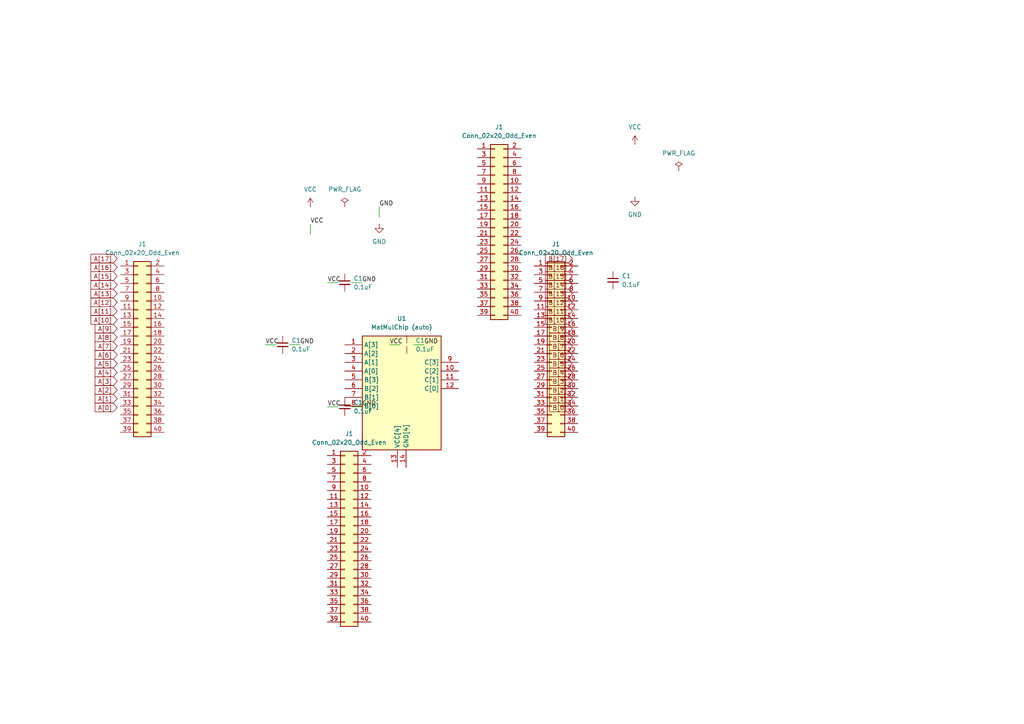
<source format=kicad_sch>
(kicad_sch (version 20240114) (generator "skip") (generator_version "0")
  (paper "A4")
  (title_block (title "MatMulChip Auto") (company "") (rev "") (date "2025-08-17") (comment 1 "") (comment 2 "") (comment 3 "") (comment 4 ""))
  (lib_symbols
    (symbol "MatMulChip"
      (property "Reference" "U" (at 5.08 6.35 0))
      (property "Value" "MatMulChip" (at 5.08 3.81 0))
      (symbol "MatMulChip_1_1"
        (rectangle (start 5.08 2.54) (end 27.94 -30.48) (stroke (width 0.254)) (fill (type background)))
        (pin input line (at 0 0 0) (length 5.08) (name "A[3]") (number "1"))
        (pin input line (at 0 -2.54 0) (length 5.08) (name "A[2]") (number "2"))
        (pin input line (at 0 -5.08 0) (length 5.08) (name "A[1]") (number "3"))
        (pin input line (at 0 -7.62 0) (length 5.08) (name "A[0]") (number "4"))
        (pin input line (at 0 -10.16 0) (length 5.08) (name "B[3]") (number "5"))
        (pin input line (at 0 -12.7 0) (length 5.08) (name "B[2]") (number "6"))
        (pin input line (at 0 -15.24 0) (length 5.08) (name "B[1]") (number "7"))
        (pin input line (at 0 -17.78 0) (length 5.08) (name "B[0]") (number "8"))
        (pin power_in line (at 15.24 -35.56 90) (length 5.08) (name "VCC[4]") (number "13"))
        (pin passive line (at 15.24 -35.56 90) (length 5.08) (hide yes) (name "VCC[4]") (number "15"))
        (pin passive line (at 15.24 -35.56 90) (length 5.08) (hide yes) (name "VCC[4]") (number "17"))
        (pin passive line (at 15.24 -35.56 90) (length 5.08) (hide yes) (name "VCC[4]") (number "19"))
        (pin power_in line (at 17.78 -35.56 90) (length 5.08) (name "GND[4]") (number "14"))
        (pin passive line (at 17.78 -35.56 90) (length 5.08) (hide yes) (name "GND[4]") (number "16"))
        (pin passive line (at 17.78 -35.56 90) (length 5.08) (hide yes) (name "GND[4]") (number "18"))
        (pin passive line (at 17.78 -35.56 90) (length 5.08) (hide yes) (name "GND[4]") (number "20"))
        (pin output line (at 33.02 -5.08 180) (length 5.08) (name "C[3]") (number "9"))
        (pin output line (at 33.02 -7.62 180) (length 5.08) (name "C[2]") (number "10"))
        (pin output line (at 33.02 -10.16 180) (length 5.08) (name "C[1]") (number "11"))
        (pin output line (at 33.02 -12.7 180) (length 5.08) (name "C[0]") (number "12"))
      )
    )
    (symbol "Connector_Generic:Conn_02x20_Odd_Even" (pin_names (offset 1.016) (hide yes))
      (property "Reference" "J" (at 1.27 25.4 0))
      (property "Value" "Conn_02x20_Odd_Even" (at 1.27 -27.94 0))
      (symbol "Conn_02x20_Odd_Even_1_1"
        (rectangle (start -1.27 24.13) (end 3.81 -26.67) (stroke (width 0.254)) (fill (type background)))
        (rectangle (start -1.27 22.987) (end 0 22.733) (stroke (width 0.1524)))
        (rectangle (start -1.27 20.447) (end 0 20.193) (stroke (width 0.1524)))
        (rectangle (start -1.27 17.907) (end 0 17.653) (stroke (width 0.1524)))
        (rectangle (start -1.27 15.367) (end 0 15.113) (stroke (width 0.1524)))
        (rectangle (start -1.27 12.827) (end 0 12.573) (stroke (width 0.1524)))
        (rectangle (start -1.27 10.287) (end 0 10.033) (stroke (width 0.1524)))
        (rectangle (start -1.27 7.747) (end 0 7.493) (stroke (width 0.1524)))
        (rectangle (start -1.27 5.207) (end 0 4.953) (stroke (width 0.1524)))
        (rectangle (start -1.27 2.667) (end 0 2.413) (stroke (width 0.1524)))
        (rectangle (start -1.27 0.127) (end 0 -0.127) (stroke (width 0.1524)))
        (rectangle (start -1.27 -2.413) (end 0 -2.667) (stroke (width 0.1524)))
        (rectangle (start -1.27 -4.953) (end 0 -5.207) (stroke (width 0.1524)))
        (rectangle (start -1.27 -7.493) (end 0 -7.747) (stroke (width 0.1524)))
        (rectangle (start -1.27 -10.033) (end 0 -10.287) (stroke (width 0.1524)))
        (rectangle (start -1.27 -12.573) (end 0 -12.827) (stroke (width 0.1524)))
        (rectangle (start -1.27 -15.113) (end 0 -15.367) (stroke (width 0.1524)))
        (rectangle (start -1.27 -17.653) (end 0 -17.907) (stroke (width 0.1524)))
        (rectangle (start -1.27 -20.193) (end 0 -20.447) (stroke (width 0.1524)))
        (rectangle (start -1.27 -22.733) (end 0 -22.987) (stroke (width 0.1524)))
        (rectangle (start -1.27 -25.273) (end 0 -25.527) (stroke (width 0.1524)))
        (rectangle (start 3.81 22.987) (end 2.54 22.733) (stroke (width 0.1524)))
        (rectangle (start 3.81 20.447) (end 2.54 20.193) (stroke (width 0.1524)))
        (rectangle (start 3.81 17.907) (end 2.54 17.653) (stroke (width 0.1524)))
        (rectangle (start 3.81 15.367) (end 2.54 15.113) (stroke (width 0.1524)))
        (rectangle (start 3.81 12.827) (end 2.54 12.573) (stroke (width 0.1524)))
        (rectangle (start 3.81 10.287) (end 2.54 10.033) (stroke (width 0.1524)))
        (rectangle (start 3.81 7.747) (end 2.54 7.493) (stroke (width 0.1524)))
        (rectangle (start 3.81 5.207) (end 2.54 4.953) (stroke (width 0.1524)))
        (rectangle (start 3.81 2.667) (end 2.54 2.413) (stroke (width 0.1524)))
        (rectangle (start 3.81 0.127) (end 2.54 -0.127) (stroke (width 0.1524)))
        (rectangle (start 3.81 -2.413) (end 2.54 -2.667) (stroke (width 0.1524)))
        (rectangle (start 3.81 -4.953) (end 2.54 -5.207) (stroke (width 0.1524)))
        (rectangle (start 3.81 -7.493) (end 2.54 -7.747) (stroke (width 0.1524)))
        (rectangle (start 3.81 -10.033) (end 2.54 -10.287) (stroke (width 0.1524)))
        (rectangle (start 3.81 -12.573) (end 2.54 -12.827) (stroke (width 0.1524)))
        (rectangle (start 3.81 -15.113) (end 2.54 -15.367) (stroke (width 0.1524)))
        (rectangle (start 3.81 -17.653) (end 2.54 -17.907) (stroke (width 0.1524)))
        (rectangle (start 3.81 -20.193) (end 2.54 -20.447) (stroke (width 0.1524)))
        (rectangle (start 3.81 -22.733) (end 2.54 -22.987) (stroke (width 0.1524)))
        (rectangle (start 3.81 -25.273) (end 2.54 -25.527) (stroke (width 0.1524)))
        (pin passive line (at -5.08 22.86 0) (length 3.81) (name "Pin_1") (number "1"))
        (pin passive line (at -5.08 20.32 0) (length 3.81) (name "Pin_3") (number "3"))
        (pin passive line (at -5.08 17.78 0) (length 3.81) (name "Pin_5") (number "5"))
        (pin passive line (at -5.08 15.24 0) (length 3.81) (name "Pin_7") (number "7"))
        (pin passive line (at -5.08 12.7 0) (length 3.81) (name "Pin_9") (number "9"))
        (pin passive line (at -5.08 10.16 0) (length 3.81) (name "Pin_11") (number "11"))
        (pin passive line (at -5.08 7.62 0) (length 3.81) (name "Pin_13") (number "13"))
        (pin passive line (at -5.08 5.08 0) (length 3.81) (name "Pin_15") (number "15"))
        (pin passive line (at -5.08 2.54 0) (length 3.81) (name "Pin_17") (number "17"))
        (pin passive line (at -5.08 0 0) (length 3.81) (name "Pin_19") (number "19"))
        (pin passive line (at -5.08 -2.54 0) (length 3.81) (name "Pin_21") (number "21"))
        (pin passive line (at -5.08 -5.08 0) (length 3.81) (name "Pin_23") (number "23"))
        (pin passive line (at -5.08 -7.62 0) (length 3.81) (name "Pin_25") (number "25"))
        (pin passive line (at -5.08 -10.16 0) (length 3.81) (name "Pin_27") (number "27"))
        (pin passive line (at -5.08 -12.7 0) (length 3.81) (name "Pin_29") (number "29"))
        (pin passive line (at -5.08 -15.24 0) (length 3.81) (name "Pin_31") (number "31"))
        (pin passive line (at -5.08 -17.78 0) (length 3.81) (name "Pin_33") (number "33"))
        (pin passive line (at -5.08 -20.32 0) (length 3.81) (name "Pin_35") (number "35"))
        (pin passive line (at -5.08 -22.86 0) (length 3.81) (name "Pin_37") (number "37"))
        (pin passive line (at -5.08 -25.4 0) (length 3.81) (name "Pin_39") (number "39"))
        (pin passive line (at 7.62 22.86 180) (length 3.81) (name "Pin_2") (number "2"))
        (pin passive line (at 7.62 20.32 180) (length 3.81) (name "Pin_4") (number "4"))
        (pin passive line (at 7.62 17.78 180) (length 3.81) (name "Pin_6") (number "6"))
        (pin passive line (at 7.62 15.24 180) (length 3.81) (name "Pin_8") (number "8"))
        (pin passive line (at 7.62 12.7 180) (length 3.81) (name "Pin_10") (number "10"))
        (pin passive line (at 7.62 10.16 180) (length 3.81) (name "Pin_12") (number "12"))
        (pin passive line (at 7.62 7.62 180) (length 3.81) (name "Pin_14") (number "14"))
        (pin passive line (at 7.62 5.08 180) (length 3.81) (name "Pin_16") (number "16"))
        (pin passive line (at 7.62 2.54 180) (length 3.81) (name "Pin_18") (number "18"))
        (pin passive line (at 7.62 0 180) (length 3.81) (name "Pin_20") (number "20"))
        (pin passive line (at 7.62 -2.54 180) (length 3.81) (name "Pin_22") (number "22"))
        (pin passive line (at 7.62 -5.08 180) (length 3.81) (name "Pin_24") (number "24"))
        (pin passive line (at 7.62 -7.62 180) (length 3.81) (name "Pin_26") (number "26"))
        (pin passive line (at 7.62 -10.16 180) (length 3.81) (name "Pin_28") (number "28"))
        (pin passive line (at 7.62 -12.7 180) (length 3.81) (name "Pin_30") (number "30"))
        (pin passive line (at 7.62 -15.24 180) (length 3.81) (name "Pin_32") (number "32"))
        (pin passive line (at 7.62 -17.78 180) (length 3.81) (name "Pin_34") (number "34"))
        (pin passive line (at 7.62 -20.32 180) (length 3.81) (name "Pin_36") (number "36"))
        (pin passive line (at 7.62 -22.86 180) (length 3.81) (name "Pin_38") (number "38"))
        (pin passive line (at 7.62 -25.4 180) (length 3.81) (name "Pin_40") (number "40"))
      )
    )
    (symbol "Device:C_Small" (pin_numbers (hide yes)) (pin_names (offset 0.254) (hide yes))
      (property "Reference" "C" (at 0.254 1.778 0))
      (property "Value" "C_Small" (at 0.254 -2.032 0))
      (symbol "C_Small_0_1"
        (polyline (pts (xy -1.524 0.508) (xy 1.524 0.508)) (stroke (width 0.3048)))
        (polyline (pts (xy -1.524 -0.508) (xy 1.524 -0.508)) (stroke (width 0.3302)))
      )
      (symbol "C_Small_1_1"
        (pin passive line (at 0 2.54 270) (length 2.032) (name "~") (number "1"))
        (pin passive line (at 0 -2.54 90) (length 2.032) (name "~") (number "2"))
      )
    )
    (symbol "power:GND" (power) (pin_numbers (hide yes)) (pin_names (offset 0) (hide yes))
      (property "Value" "GND" (at 0 -3.81 0))
      (symbol "GND_0_1"
        (polyline (pts (xy 0 0) (xy 0 -1.27) (xy 1.27 -1.27) (xy 0 -2.54) (xy -1.27 -1.27) (xy 0 -1.27)))
      )
      (symbol "GND_1_1"
        (pin power_in line (at 0 0 270) (length 0) (name "~") (number "1"))
      )
    )
    (symbol "power:PWR_FLAG" (power) (pin_numbers (hide yes)) (pin_names (offset 0) (hide yes))
      (property "Value" "PWR_FLAG" (at 0 3.81 0))
      (symbol "PWR_FLAG_0_0"
        (pin power_out line (at 0 0 90) (length 0) (name "~") (number "1"))
      )
      (symbol "PWR_FLAG_0_1"
        (polyline (pts (xy 0 0) (xy 0 1.27) (xy -1.016 1.905) (xy 0 2.54) (xy 1.016 1.905) (xy 0 1.27)))
      )
    )
    (symbol "power:VCC" (power) (pin_numbers (hide yes)) (pin_names (offset 0) (hide yes))
      (property "Value" "VCC" (at 0 3.556 0))
      (symbol "VCC_0_1"
        (polyline (pts (xy -0.762 1.27) (xy 0 2.54)))
        (polyline (pts (xy 0 2.54) (xy 0.762 1.27)))
        (polyline (pts (xy 0 0) (xy 0 2.54)))
      )
      (symbol "VCC_1_1"
        (pin power_in line (at 0 0 90) (length 0) (name "~") (number "1"))
      )
    )
  )
  (symbol (lib_id "power:VCC") (at 184.15 41.91 0) (unit 1)
    (property "Reference" "#PWR01" (effects (hide yes)))
    (property "Value" "VCC" (at 184.15 36.83 0))
    (property "Description" "Power symbol creates a global label with name \"VCC\"" (effects (hide yes)))
  )
  (symbol (lib_id "power:PWR_FLAG") (at 196.85 49.53 0) (unit 1)
    (property "Reference" "#FLG01" (effects (hide yes)))
    (property "Value" "PWR_FLAG" (at 196.85 44.45 0))
    (property "Description" "Special symbol for telling ERC where power comes from" (effects (hide yes)))
  )
  (symbol (lib_id "Connector_Generic:Conn_02x20_Odd_Even") (at 143.51 66.04 0) (unit 1)
    (property "Reference" "J1" (at 144.78 36.83 0))
    (property "Value" "Conn_02x20_Odd_Even" (at 144.78 39.37 0))
    (property "Description" "Generic connector, double row, 02x20, odd/even pin numbering scheme (row 1 odd numbers, row 2 even numbers), script generated (kicad-library-utils/schlib/autogen/connector/)" (effects (hide yes)))
  )
  (symbol (lib_id "power:GND") (at 184.15 57.15 0) (unit 1)
    (property "Reference" "#PWR02" (effects (hide yes)))
    (property "Value" "GND" (at 184.15 62.23 0))
    (property "Description" "Power symbol creates a global label with name \"GND\" , ground" (effects (hide yes)))
  )
  (symbol (lib_id "MatMulChip") (at 100.0 100.0 0) (unit 1)
    (property "Reference" "U1" (at 116.51 92.38 0))
    (property "Value" "MatMulChip (auto)" (at 116.51 94.92 0))
    (property "Footprint" "Package_QFP:LQFP-100_14x14mm_P0.5mm" (effects (hide yes)))
  )
  (symbol (lib_id "Device:C_Small") (at 177.8 81.28 0) (unit 1)
    (property "Reference" "C1" (at 180.34 80.0162 0) (effects (justify left)))
    (property "Value" "0.1uF" (at 180.34 82.5562 0) (effects (justify left)))
    (property "Footprint" "Capacitor_SMD:C_0603_1608Metric" (effects (hide yes)))
    (property "Description" "Unpolarized capacitor, small symbol" (effects (hide yes)))
  )
  (symbol (lib_id "power:VCC") (at 90.0 60.0 0) (unit 1)
    (property "Reference" "#PWR01" (effects (hide yes)))
    (property "Value" "VCC" (at 90.0 54.92 0))
    (property "Description" "Power symbol creates a global label with name \"VCC\"" (effects (hide yes)))
  )
  (symbol (lib_id "power:GND") (at 110.0 65.0 0) (unit 1)
    (property "Reference" "#PWR02" (effects (hide yes)))
    (property "Value" "GND" (at 110.0 70.08 0))
    (property "Description" "Power symbol creates a global label with name \"GND\" , ground" (effects (hide yes)))
  )
  (symbol (lib_id "power:PWR_FLAG") (at 100.0 60.0 0) (unit 1)
    (property "Reference" "#FLG01" (effects (hide yes)))
    (property "Value" "PWR_FLAG" (at 100.0 54.92 0))
    (property "Description" "Special symbol for telling ERC where power comes from" (effects (hide yes)))
  )
  (label "VCC" (at 90.0 65.0 0))
  (wire (pts (xy 90.0 65.0) (xy 90.0 68.0)))
  (label "GND" (at 110.0 60.0 0))
  (wire (pts (xy 110.0 60.0) (xy 110.0 63.0)))
  (symbol (lib_id "Device:C_Small") (at 82.0 100.0 0) (unit 1)
    (property "Reference" "C1_" (at 84.54 98.7362 0) (effects (justify left)))
    (property "Value" "0.1uF" (at 84.54 101.2762 0) (effects (justify left)))
    (property "Footprint" "Capacitor_SMD:C_0603_1608Metric" (effects (hide yes)))
    (property "Description" "Unpolarized capacitor, small symbol" (effects (hide yes)))
    (instances (project "" (path "" (reference "C1") (unit 1))))
  )
  (label "VCC" (at 77.0 100.0 0))
  (wire (pts (xy 77.0 100.0) (xy 80.0 100.0)))
  (label "GND" (at 87.0 100.0 0))
  (wire (pts (xy 87.0 100.0) (xy 84.0 100.0)))
  (symbol (lib_id "Device:C_Small") (at 118.0 100.0 0) (unit 1)
    (property "Reference" "C1" (at 120.54 98.7362 0) (effects (justify left)))
    (property "Value" "0.1uF" (at 120.54 101.2762 0) (effects (justify left)))
    (property "Footprint" "Capacitor_SMD:C_0603_1608Metric" (effects (hide yes)))
    (property "Description" "Unpolarized capacitor, small symbol" (effects (hide yes)))
  )
  (label "VCC" (at 113.0 100.0 0))
  (wire (pts (xy 113.0 100.0) (xy 116.0 100.0)))
  (label "GND" (at 123.0 100.0 0))
  (wire (pts (xy 123.0 100.0) (xy 120.0 100.0)))
  (symbol (lib_id "Device:C_Small") (at 100.0 82.0 0) (unit 1)
    (property "Reference" "C1_" (at 102.54 80.7362 0) (effects (justify left)))
    (property "Value" "0.1uF" (at 102.54 83.2762 0) (effects (justify left)))
    (property "Footprint" "Capacitor_SMD:C_0603_1608Metric" (effects (hide yes)))
    (property "Description" "Unpolarized capacitor, small symbol" (effects (hide yes)))
    (instances (project "" (path "" (reference "C1") (unit 1))))
  )
  (label "VCC" (at 95.0 82.0 0))
  (wire (pts (xy 95.0 82.0) (xy 98.0 82.0)))
  (label "GND" (at 105.0 82.0 0))
  (wire (pts (xy 105.0 82.0) (xy 102.0 82.0)))
  (symbol (lib_id "Device:C_Small") (at 100.0 118.0 0) (unit 1)
    (property "Reference" "C1" (at 102.54 116.7362 0) (effects (justify left)))
    (property "Value" "0.1uF" (at 102.54 119.2762 0) (effects (justify left)))
    (property "Footprint" "Capacitor_SMD:C_0603_1608Metric" (effects (hide yes)))
    (property "Description" "Unpolarized capacitor, small symbol" (effects (hide yes)))
  )
  (label "VCC" (at 95.0 118.0 0))
  (wire (pts (xy 95.0 118.0) (xy 98.0 118.0)))
  (label "GND" (at 105.0 118.0 0))
  (wire (pts (xy 105.0 118.0) (xy 102.0 118.0)))
  (symbol (lib_id "Connector_Generic:Conn_02x20_Odd_Even") (at 40.0 100.0 0) (unit 1)
    (property "Reference" "J2" (at 41.27 70.79 0))
    (property "Value" "Conn_02x20_Odd_Even" (at 41.27 73.33 0))
    (property "Description" "Generic connector, double row, 02x20, odd/even pin numbering scheme (row 1 odd numbers, row 2 even numbers), script generated (kicad-library-utils/schlib/autogen/connector/)" (effects (hide yes)))
    (instances (project "" (path "" (reference "J1") (unit 1))))
  )
  (symbol (lib_id "Connector_Generic:Conn_02x20_Odd_Even") (at 160.0 100.0 0) (unit 1)
    (property "Reference" "J3" (at 161.27 70.79 0))
    (property "Value" "Conn_02x20_Odd_Even" (at 161.27 73.33 0))
    (property "Description" "Generic connector, double row, 02x20, odd/even pin numbering scheme (row 1 odd numbers, row 2 even numbers), script generated (kicad-library-utils/schlib/autogen/connector/)" (effects (hide yes)))
    (instances (project "" (path "" (reference "J1") (unit 1))))
  )
  (symbol (lib_id "Connector_Generic:Conn_02x20_Odd_Even") (at 100.0 155.0 0) (unit 1)
    (property "Reference" "J4" (at 101.27 125.79 0))
    (property "Value" "Conn_02x20_Odd_Even" (at 101.27 128.33 0))
    (property "Description" "Generic connector, double row, 02x20, odd/even pin numbering scheme (row 1 odd numbers, row 2 even numbers), script generated (kicad-library-utils/schlib/autogen/connector/)" (effects (hide yes)))
    (instances (project "" (path "" (reference "J1") (unit 1))))
  )
  (global_label "A[17]" (shape input) (at 34.0 75.0 180) (property "Intersheetrefs" "${INTERSHEET_REFS}" (effects hide)))
  (global_label "A[16]" (shape input) (at 34.0 77.54 180) (property "Intersheetrefs" "${INTERSHEET_REFS}" (effects hide)))
  (global_label "A[15]" (shape input) (at 34.0 80.08 180) (property "Intersheetrefs" "${INTERSHEET_REFS}" (effects hide)))
  (global_label "A[14]" (shape input) (at 34.0 82.62 180) (property "Intersheetrefs" "${INTERSHEET_REFS}" (effects hide)))
  (global_label "A[13]" (shape input) (at 34.0 85.16 180) (property "Intersheetrefs" "${INTERSHEET_REFS}" (effects hide)))
  (global_label "A[12]" (shape input) (at 34.0 87.7 180) (property "Intersheetrefs" "${INTERSHEET_REFS}" (effects hide)))
  (global_label "A[11]" (shape input) (at 34.0 90.24 180) (property "Intersheetrefs" "${INTERSHEET_REFS}" (effects hide)))
  (global_label "A[10]" (shape input) (at 34.0 92.78 180) (property "Intersheetrefs" "${INTERSHEET_REFS}" (effects hide)))
  (global_label "A[9]" (shape input) (at 34.0 95.32 180) (property "Intersheetrefs" "${INTERSHEET_REFS}" (effects hide)))
  (global_label "A[8]" (shape input) (at 34.0 97.86 180) (property "Intersheetrefs" "${INTERSHEET_REFS}" (effects hide)))
  (global_label "A[7]" (shape input) (at 34.0 100.4 180) (property "Intersheetrefs" "${INTERSHEET_REFS}" (effects hide)))
  (global_label "A[6]" (shape input) (at 34.0 102.94 180) (property "Intersheetrefs" "${INTERSHEET_REFS}" (effects hide)))
  (global_label "A[5]" (shape input) (at 34.0 105.48 180) (property "Intersheetrefs" "${INTERSHEET_REFS}" (effects hide)))
  (global_label "A[4]" (shape input) (at 34.0 108.02 180) (property "Intersheetrefs" "${INTERSHEET_REFS}" (effects hide)))
  (global_label "A[3]" (shape input) (at 34.0 110.56 180) (property "Intersheetrefs" "${INTERSHEET_REFS}" (effects hide)))
  (global_label "A[2]" (shape input) (at 34.0 113.1 180) (property "Intersheetrefs" "${INTERSHEET_REFS}" (effects hide)))
  (global_label "A[1]" (shape input) (at 34.0 115.64 180) (property "Intersheetrefs" "${INTERSHEET_REFS}" (effects hide)))
  (global_label "A[0]" (shape input) (at 34.0 118.18 180) (property "Intersheetrefs" "${INTERSHEET_REFS}" (effects hide)))
  (global_label "B[17]" (shape input) (at 166.0 75.0 180) (property "Intersheetrefs" "${INTERSHEET_REFS}" (effects hide)))
  (global_label "B[16]" (shape input) (at 166.0 77.54 180) (property "Intersheetrefs" "${INTERSHEET_REFS}" (effects hide)))
  (global_label "B[15]" (shape input) (at 166.0 80.08 180) (property "Intersheetrefs" "${INTERSHEET_REFS}" (effects hide)))
  (global_label "B[14]" (shape input) (at 166.0 82.62 180) (property "Intersheetrefs" "${INTERSHEET_REFS}" (effects hide)))
  (global_label "B[13]" (shape input) (at 166.0 85.16 180) (property "Intersheetrefs" "${INTERSHEET_REFS}" (effects hide)))
  (global_label "B[12]" (shape input) (at 166.0 87.7 180) (property "Intersheetrefs" "${INTERSHEET_REFS}" (effects hide)))
  (global_label "B[11]" (shape input) (at 166.0 90.24 180) (property "Intersheetrefs" "${INTERSHEET_REFS}" (effects hide)))
  (global_label "B[10]" (shape input) (at 166.0 92.78 180) (property "Intersheetrefs" "${INTERSHEET_REFS}" (effects hide)))
  (global_label "B[9]" (shape input) (at 166.0 95.32 180) (property "Intersheetrefs" "${INTERSHEET_REFS}" (effects hide)))
  (global_label "B[8]" (shape input) (at 166.0 97.86 180) (property "Intersheetrefs" "${INTERSHEET_REFS}" (effects hide)))
  (global_label "B[7]" (shape input) (at 166.0 100.4 180) (property "Intersheetrefs" "${INTERSHEET_REFS}" (effects hide)))
  (global_label "B[6]" (shape input) (at 166.0 102.94 180) (property "Intersheetrefs" "${INTERSHEET_REFS}" (effects hide)))
  (global_label "B[5]" (shape input) (at 166.0 105.48 180) (property "Intersheetrefs" "${INTERSHEET_REFS}" (effects hide)))
  (global_label "B[4]" (shape input) (at 166.0 108.02 180) (property "Intersheetrefs" "${INTERSHEET_REFS}" (effects hide)))
  (global_label "B[3]" (shape input) (at 166.0 110.56 180) (property "Intersheetrefs" "${INTERSHEET_REFS}" (effects hide)))
  (global_label "B[2]" (shape input) (at 166.0 113.1 180) (property "Intersheetrefs" "${INTERSHEET_REFS}" (effects hide)))
  (global_label "B[1]" (shape input) (at 166.0 115.64 180) (property "Intersheetrefs" "${INTERSHEET_REFS}" (effects hide)))
  (global_label "B[0]" (shape input) (at 166.0 118.18 180) (property "Intersheetrefs" "${INTERSHEET_REFS}" (effects hide)))
)
</source>
